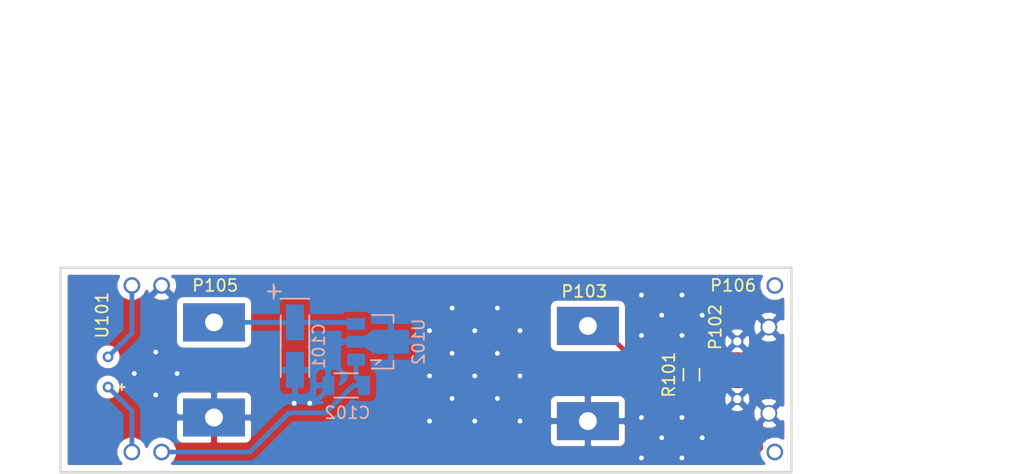
<source format=kicad_pcb>
(kicad_pcb (version 4) (host pcbnew 4.0.4-1.fc25-product)

  (general
    (links 22)
    (no_connects 0)
    (area 88.899999 108.899999 150.500001 126.300001)
    (thickness 1.6)
    (drawings 11)
    (tracks 110)
    (zones 0)
    (modules 11)
    (nets 9)
  )

  (page A4)
  (layers
    (0 F.Cu signal)
    (31 B.Cu signal)
    (32 B.Adhes user)
    (33 F.Adhes user)
    (34 B.Paste user)
    (35 F.Paste user)
    (36 B.SilkS user)
    (37 F.SilkS user)
    (38 B.Mask user)
    (39 F.Mask user)
    (40 Dwgs.User user)
    (41 Cmts.User user)
    (42 Eco1.User user)
    (43 Eco2.User user)
    (44 Edge.Cuts user)
    (45 Margin user)
    (46 B.CrtYd user)
    (47 F.CrtYd user)
    (48 B.Fab user hide)
    (49 F.Fab user hide)
  )

  (setup
    (last_trace_width 0.4)
    (trace_clearance 0.3)
    (zone_clearance 0.508)
    (zone_45_only no)
    (trace_min 0.2)
    (segment_width 0.2)
    (edge_width 0.2)
    (via_size 0.6)
    (via_drill 0.4)
    (via_min_size 0.4)
    (via_min_drill 0.3)
    (uvia_size 0.3)
    (uvia_drill 0.1)
    (uvias_allowed no)
    (uvia_min_size 0.2)
    (uvia_min_drill 0.1)
    (pcb_text_width 0.3)
    (pcb_text_size 1.5 1.5)
    (mod_edge_width 0.15)
    (mod_text_size 1 1)
    (mod_text_width 0.15)
    (pad_size 1.5 1.5)
    (pad_drill 0.6)
    (pad_to_mask_clearance 0)
    (aux_axis_origin 0 0)
    (visible_elements FFFFFF7F)
    (pcbplotparams
      (layerselection 0x010f0_80000001)
      (usegerberextensions false)
      (excludeedgelayer true)
      (linewidth 0.100000)
      (plotframeref false)
      (viasonmask false)
      (mode 1)
      (useauxorigin false)
      (hpglpennumber 1)
      (hpglpenspeed 20)
      (hpglpendiameter 15)
      (hpglpenoverlay 2)
      (psnegative false)
      (psa4output false)
      (plotreference true)
      (plotvalue true)
      (plotinvisibletext false)
      (padsonsilk false)
      (subtractmaskfromsilk false)
      (outputformat 1)
      (mirror false)
      (drillshape 0)
      (scaleselection 1)
      (outputdirectory gerber))
  )

  (net 0 "")
  (net 1 GND)
  (net 2 +12V)
  (net 3 "Net-(C102-Pad1)")
  (net 4 "Net-(P101-Pad1)")
  (net 5 "Net-(P101-Pad2)")
  (net 6 "Net-(P102-Pad3)")
  (net 7 "Net-(P102-Pad2)")
  (net 8 "Net-(P102-Pad1)")

  (net_class Default "This is the default net class."
    (clearance 0.3)
    (trace_width 0.4)
    (via_dia 0.6)
    (via_drill 0.4)
    (uvia_dia 0.3)
    (uvia_drill 0.1)
    (add_net +12V)
    (add_net GND)
    (add_net "Net-(C102-Pad1)")
    (add_net "Net-(P101-Pad1)")
    (add_net "Net-(P101-Pad2)")
  )

  (net_class USB ""
    (clearance 0.18)
    (trace_width 0.3)
    (via_dia 0.6)
    (via_drill 0.4)
    (uvia_dia 0.3)
    (uvia_drill 0.1)
    (add_net "Net-(P102-Pad2)")
    (add_net "Net-(P102-Pad3)")
  )

  (net_class "USB power" ""
    (clearance 0.18)
    (trace_width 0.4)
    (via_dia 0.6)
    (via_drill 0.4)
    (uvia_dia 0.3)
    (uvia_drill 0.1)
    (add_net "Net-(P102-Pad1)")
  )

  (module Capacitors_Tantalum_SMD:TantalC_SizeA_EIA-3216_HandSoldering (layer B.Cu) (tedit 0) (tstamp 5896404A)
    (at 108.7 115.6 270)
    (descr "Tantal Cap. , Size A, EIA-3216, Hand Soldering,")
    (tags "Tantal Cap. , Size A, EIA-3216, Hand Soldering,")
    (path /58961245)
    (attr smd)
    (fp_text reference C101 (at 0.00102 -2 270) (layer B.SilkS)
      (effects (font (size 1 1) (thickness 0.15)) (justify mirror))
    )
    (fp_text value 10u (at -0.09906 -3.0988 270) (layer B.Fab)
      (effects (font (size 1 1) (thickness 0.15)) (justify mirror))
    )
    (fp_text user + (at -4.59994 1.80086 270) (layer B.SilkS)
      (effects (font (size 1 1) (thickness 0.15)) (justify mirror))
    )
    (fp_line (start -2.60096 -1.19888) (end 2.60096 -1.19888) (layer B.SilkS) (width 0.15))
    (fp_line (start 2.60096 1.19888) (end -2.60096 1.19888) (layer B.SilkS) (width 0.15))
    (fp_line (start -4.59994 2.2987) (end -4.59994 1.19888) (layer B.SilkS) (width 0.15))
    (fp_line (start -5.19938 1.79832) (end -4.0005 1.79832) (layer B.SilkS) (width 0.15))
    (fp_line (start -3.99542 1.19888) (end -3.99542 -1.19888) (layer B.SilkS) (width 0.15))
    (pad 2 smd rect (at 1.99898 0 270) (size 2.99974 1.50114) (layers B.Cu B.Paste B.Mask)
      (net 1 GND))
    (pad 1 smd rect (at -1.99898 0 270) (size 2.99974 1.50114) (layers B.Cu B.Paste B.Mask)
      (net 2 +12V))
    (model Capacitors_Tantalum_SMD.3dshapes/TantalC_SizeA_EIA-3216_HandSoldering.wrl
      (at (xyz 0 0 0))
      (scale (xyz 1 1 1))
      (rotate (xyz 0 0 180))
    )
  )

  (module Capacitors_SMD:C_1206 (layer B.Cu) (tedit 5415D7BD) (tstamp 58964056)
    (at 113 118.9 180)
    (descr "Capacitor SMD 1206, reflow soldering, AVX (see smccp.pdf)")
    (tags "capacitor 1206")
    (path /589611E9)
    (attr smd)
    (fp_text reference C102 (at -0.1 -2.3 180) (layer B.SilkS)
      (effects (font (size 1 1) (thickness 0.15)) (justify mirror))
    )
    (fp_text value 100n (at 0 -2.3 180) (layer B.Fab)
      (effects (font (size 1 1) (thickness 0.15)) (justify mirror))
    )
    (fp_line (start -2.3 1.15) (end 2.3 1.15) (layer B.CrtYd) (width 0.05))
    (fp_line (start -2.3 -1.15) (end 2.3 -1.15) (layer B.CrtYd) (width 0.05))
    (fp_line (start -2.3 1.15) (end -2.3 -1.15) (layer B.CrtYd) (width 0.05))
    (fp_line (start 2.3 1.15) (end 2.3 -1.15) (layer B.CrtYd) (width 0.05))
    (fp_line (start 1 1.025) (end -1 1.025) (layer B.SilkS) (width 0.15))
    (fp_line (start -1 -1.025) (end 1 -1.025) (layer B.SilkS) (width 0.15))
    (pad 1 smd rect (at -1.5 0 180) (size 1 1.6) (layers B.Cu B.Paste B.Mask)
      (net 3 "Net-(C102-Pad1)"))
    (pad 2 smd rect (at 1.5 0 180) (size 1 1.6) (layers B.Cu B.Paste B.Mask)
      (net 1 GND))
    (model Capacitors_SMD.3dshapes/C_1206.wrl
      (at (xyz 0 0 0))
      (scale (xyz 1 1 1))
      (rotate (xyz 0 0 0))
    )
  )

  (module BOARD-CONNECT:BOARD-CONNECT (layer F.Cu) (tedit 589F082D) (tstamp 5896405C)
    (at 95 125 180)
    (path /5895D3A8)
    (fp_text reference P101 (at 3 0.5 180) (layer F.SilkS) hide
      (effects (font (size 1 1) (thickness 0.15)))
    )
    (fp_text value CONN_01X02 (at 6.35 -3.5 180) (layer F.Fab)
      (effects (font (size 1 1) (thickness 0.15)))
    )
    (pad 1 thru_hole circle (at 0 0.5 180) (size 1.4 1.4) (drill 1) (layers *.Cu *.Mask)
      (net 4 "Net-(P101-Pad1)"))
    (pad 2 thru_hole circle (at 0 14.5 180) (size 1.4 1.4) (drill 1) (layers *.Cu *.Mask)
      (net 5 "Net-(P101-Pad2)"))
  )

  (module USB-MICRO-B:USB-MICRO-B (layer F.Cu) (tedit 5895E7D2) (tstamp 5896406E)
    (at 148.5 114 270)
    (path /5895D2E6)
    (fp_text reference P102 (at 0 4.5 270) (layer F.SilkS)
      (effects (font (size 1 1) (thickness 0.15)))
    )
    (fp_text value USB_OTG (at 5.35 5.8 270) (layer F.Fab)
      (effects (font (size 1 1) (thickness 0.15)))
    )
    (fp_line (start 0 3.25) (end 0 -2.35) (layer F.CrtYd) (width 0.15))
    (fp_line (start 7.25 3.25) (end 7.25 -2.35) (layer F.CrtYd) (width 0.15))
    (fp_line (start 0 3.25) (end 7.25 3.25) (layer F.CrtYd) (width 0.15))
    (fp_line (start 0 -2.1) (end 7.25 -2.1) (layer F.CrtYd) (width 0.15))
    (fp_line (start 0 -2.37) (end 7.25 -2.37) (layer F.CrtYd) (width 0.15))
    (pad 6 thru_hole circle (at 0 0 270) (size 1.4 1.4) (drill 1.1) (layers *.Cu *.Mask)
      (net 1 GND))
    (pad 6 thru_hole circle (at 7.25 0 270) (size 1.4 1.4) (drill 1.1) (layers *.Cu *.Mask)
      (net 1 GND))
    (pad 6 thru_hole circle (at 6.05 2.65 270) (size 1 1) (drill 0.7) (layers *.Cu *.Mask)
      (net 1 GND))
    (pad 6 thru_hole circle (at 1.2 2.65 270) (size 1 1) (drill 0.7) (layers *.Cu *.Mask)
      (net 1 GND))
    (pad 5 smd rect (at 2.325 2.575 270) (size 0.4 1.35) (layers F.Cu F.Paste F.Mask)
      (net 1 GND))
    (pad 4 smd rect (at 2.975 2.575 270) (size 0.4 1.35) (layers F.Cu F.Paste F.Mask)
      (net 1 GND))
    (pad 3 smd rect (at 3.625 2.575 270) (size 0.4 1.35) (layers F.Cu F.Paste F.Mask)
      (net 6 "Net-(P102-Pad3)"))
    (pad 2 smd rect (at 4.275 2.575 270) (size 0.4 1.35) (layers F.Cu F.Paste F.Mask)
      (net 7 "Net-(P102-Pad2)"))
    (pad 1 smd rect (at 4.925 2.575 270) (size 0.4 1.35) (layers F.Cu F.Paste F.Mask)
      (net 8 "Net-(P102-Pad1)"))
  )

  (module BOARD-CONNECT:BOARD-CONNECT-DCDC (layer F.Cu) (tedit 58963D88) (tstamp 58964074)
    (at 133.3 113.9)
    (path /5895D778)
    (fp_text reference P103 (at -0.3 -2.9) (layer F.SilkS)
      (effects (font (size 1 1) (thickness 0.15)))
    )
    (fp_text value CONN_01X02 (at 6.35 -4) (layer F.Fab)
      (effects (font (size 1 1) (thickness 0.15)))
    )
    (pad 1 thru_hole rect (at 0 0) (size 5.2 3.2) (drill 1.5) (layers *.Cu *.Mask)
      (net 8 "Net-(P102-Pad1)"))
    (pad 2 thru_hole rect (at 0 8) (size 5.2 3.2) (drill 1.5) (layers *.Cu *.Mask)
      (net 1 GND))
  )

  (module BOARD-CONNECT:BOARD-CONNECT (layer F.Cu) (tedit 589F0829) (tstamp 5896407A)
    (at 97.5 125 180)
    (path /5895D8E4)
    (fp_text reference P104 (at 0.05 3.35 270) (layer F.SilkS) hide
      (effects (font (size 1 1) (thickness 0.15)))
    )
    (fp_text value CONN_01X02 (at 6.35 -3.5 180) (layer F.Fab)
      (effects (font (size 1 1) (thickness 0.15)))
    )
    (pad 1 thru_hole circle (at 0 0.5 180) (size 1.4 1.4) (drill 1) (layers *.Cu *.Mask)
      (net 3 "Net-(C102-Pad1)"))
    (pad 2 thru_hole circle (at 0 14.5 180) (size 1.4 1.4) (drill 1) (layers *.Cu *.Mask)
      (net 1 GND))
  )

  (module BOARD-CONNECT:BOARD-CONNECT-DCDC (layer F.Cu) (tedit 58963D88) (tstamp 58964080)
    (at 101.9 113.6)
    (path /5895D7E1)
    (fp_text reference P105 (at 0.1 -3.1) (layer F.SilkS)
      (effects (font (size 1 1) (thickness 0.15)))
    )
    (fp_text value CONN_01X02 (at 6.35 -4) (layer F.Fab)
      (effects (font (size 1 1) (thickness 0.15)))
    )
    (pad 1 thru_hole rect (at 0 0) (size 5.2 3.2) (drill 1.5) (layers *.Cu *.Mask)
      (net 2 +12V))
    (pad 2 thru_hole rect (at 0 8) (size 5.2 3.2) (drill 1.5) (layers *.Cu *.Mask)
      (net 1 GND))
  )

  (module BOARD-CONNECT:BOARD-CONNECT (layer F.Cu) (tedit 5895F662) (tstamp 58964086)
    (at 149 110)
    (path /5895D927)
    (fp_text reference P106 (at -3.5 0.5) (layer F.SilkS)
      (effects (font (size 1 1) (thickness 0.15)))
    )
    (fp_text value CONN_01X02 (at 6.35 -3.5) (layer F.Fab)
      (effects (font (size 1 1) (thickness 0.15)))
    )
    (pad 1 thru_hole circle (at 0 0.5) (size 1.4 1.4) (drill 1) (layers *.Cu *.Mask))
    (pad 2 thru_hole circle (at 0 14.5) (size 1.4 1.4) (drill 1) (layers *.Cu *.Mask))
  )

  (module Resistors_SMD:R_0603 (layer F.Cu) (tedit 5415CC62) (tstamp 58964092)
    (at 142 118 90)
    (descr "Resistor SMD 0603, reflow soldering, Vishay (see dcrcw.pdf)")
    (tags "resistor 0603")
    (path /5895E8E1)
    (attr smd)
    (fp_text reference R101 (at 0 -1.9 90) (layer F.SilkS)
      (effects (font (size 1 1) (thickness 0.15)))
    )
    (fp_text value 0 (at 0 1.9 90) (layer F.Fab)
      (effects (font (size 1 1) (thickness 0.15)))
    )
    (fp_line (start -1.3 -0.8) (end 1.3 -0.8) (layer F.CrtYd) (width 0.05))
    (fp_line (start -1.3 0.8) (end 1.3 0.8) (layer F.CrtYd) (width 0.05))
    (fp_line (start -1.3 -0.8) (end -1.3 0.8) (layer F.CrtYd) (width 0.05))
    (fp_line (start 1.3 -0.8) (end 1.3 0.8) (layer F.CrtYd) (width 0.05))
    (fp_line (start 0.5 0.675) (end -0.5 0.675) (layer F.SilkS) (width 0.15))
    (fp_line (start -0.5 -0.675) (end 0.5 -0.675) (layer F.SilkS) (width 0.15))
    (pad 1 smd rect (at -0.75 0 90) (size 0.5 0.9) (layers F.Cu F.Paste F.Mask)
      (net 7 "Net-(P102-Pad2)"))
    (pad 2 smd rect (at 0.75 0 90) (size 0.5 0.9) (layers F.Cu F.Paste F.Mask)
      (net 6 "Net-(P102-Pad3)"))
    (model Resistors_SMD.3dshapes/R_0603.wrl
      (at (xyz 0 0 0))
      (scale (xyz 1 1 1))
      (rotate (xyz 0 0 0))
    )
  )

  (module CMIC:CMIC (layer F.Cu) (tedit 5895F93A) (tstamp 589640A0)
    (at 93 122.52 90)
    (path /5895D30D)
    (fp_text reference U101 (at 9.52 -0.5 90) (layer F.SilkS)
      (effects (font (size 1 1) (thickness 0.15)))
    )
    (fp_text value CMIC (at 1.75 4 90) (layer F.Fab)
      (effects (font (size 1 1) (thickness 0.15)))
    )
    (fp_line (start 6 -2) (end 6 -1) (layer F.CrtYd) (width 0.15))
    (fp_line (start 3.5 -2) (end 3.5 -1) (layer F.CrtYd) (width 0.15))
    (fp_line (start 9.5 -2) (end 0 -2) (layer F.CrtYd) (width 0.15))
    (fp_line (start 9.5 -9) (end 9.5 -2) (layer F.CrtYd) (width 0.15))
    (fp_line (start 0 -9) (end 9.5 -9) (layer F.CrtYd) (width 0.15))
    (fp_line (start 0 -2) (end 0 -9) (layer F.CrtYd) (width 0.15))
    (fp_line (start 3.48 1.4) (end 3.48 0.9) (layer F.SilkS) (width 0.15))
    (fp_line (start 3.23 1.15) (end 3.73 1.15) (layer F.SilkS) (width 0.15))
    (pad 2 thru_hole circle (at 6.02 0 90) (size 0.9 0.9) (drill 0.5) (layers *.Cu *.Mask)
      (net 5 "Net-(P101-Pad2)"))
    (pad 1 thru_hole circle (at 3.48 0 90) (size 0.9 0.9) (drill 0.5) (layers *.Cu *.Mask)
      (net 4 "Net-(P101-Pad1)"))
  )

  (module TO_SOT_Packages_SMD:SOT89-3_Housing (layer B.Cu) (tedit 0) (tstamp 589640B0)
    (at 115.675712 115.231468 90)
    (descr "SOT89-3, Housing,")
    (tags "SOT89-3, Housing,")
    (path /589610D7)
    (attr smd)
    (fp_text reference U102 (at 0 3.40018 90) (layer B.SilkS)
      (effects (font (size 1 1) (thickness 0.15)) (justify mirror))
    )
    (fp_text value 78L09 (at -0.20066 -4.59994 90) (layer B.Fab)
      (effects (font (size 1 1) (thickness 0.15)) (justify mirror))
    )
    (fp_line (start -1.89992 -0.20066) (end -1.651 0.09906) (layer B.SilkS) (width 0.15))
    (fp_line (start -1.651 0.09906) (end -1.5494 0.24892) (layer B.SilkS) (width 0.15))
    (fp_line (start -1.5494 0.24892) (end -1.5494 -0.59944) (layer B.SilkS) (width 0.15))
    (fp_line (start -2.25044 1.30048) (end -2.25044 -0.50038) (layer B.SilkS) (width 0.15))
    (fp_line (start -2.25044 1.30048) (end -1.6002 1.30048) (layer B.SilkS) (width 0.15))
    (fp_line (start 2.25044 1.30048) (end 2.25044 -0.50038) (layer B.SilkS) (width 0.15))
    (fp_line (start 2.25044 1.30048) (end 1.6002 1.30048) (layer B.SilkS) (width 0.15))
    (pad 1 smd rect (at -1.50114 -1.85166 90) (size 1.00076 1.50114) (layers B.Cu B.Paste B.Mask)
      (net 3 "Net-(C102-Pad1)"))
    (pad 2 smd rect (at 0 -1.85166 90) (size 1.00076 1.50114) (layers B.Cu B.Paste B.Mask)
      (net 1 GND))
    (pad 3 smd rect (at 1.50114 -1.85166 90) (size 1.00076 1.50114) (layers B.Cu B.Paste B.Mask)
      (net 2 +12V))
    (pad 2 smd rect (at 0 1.09982 90) (size 1.99898 2.99974) (layers B.Cu B.Paste B.Mask)
      (net 1 GND))
    (pad 2 smd trapezoid (at 0 -0.7493 270) (size 1.50114 0.7493) (rect_delta 0 -0.50038 ) (layers B.Cu B.Paste B.Mask)
      (net 1 GND))
    (model TO_SOT_Packages_SMD.3dshapes/SOT89-3_Housing.wrl
      (at (xyz 0 0 0))
      (scale (xyz 0.3937 0.3937 0.3937))
      (rotate (xyz 0 0 0))
    )
  )

  (dimension 17.2 (width 0.3) (layer Dwgs.User)
    (gr_text "17,200 mm" (at 167.25 117.6 90) (layer Dwgs.User)
      (effects (font (size 1.5 1.5) (thickness 0.3)))
    )
    (feature1 (pts (xy 150.4 109) (xy 168.6 109)))
    (feature2 (pts (xy 150.4 126.2) (xy 168.6 126.2)))
    (crossbar (pts (xy 165.9 126.2) (xy 165.9 109)))
    (arrow1a (pts (xy 165.9 109) (xy 166.486421 110.126504)))
    (arrow1b (pts (xy 165.9 109) (xy 165.313579 110.126504)))
    (arrow2a (pts (xy 165.9 126.2) (xy 166.486421 125.073496)))
    (arrow2b (pts (xy 165.9 126.2) (xy 165.313579 125.073496)))
  )
  (dimension 10 (width 0.2) (layer Dwgs.User) (tstamp 589717BE)
    (gr_text "10 mm" (at 94 101) (layer Dwgs.User) (tstamp 589717BF)
      (effects (font (size 1 1) (thickness 0.2)))
    )
    (feature1 (pts (xy 99 109) (xy 99 100.1)))
    (feature2 (pts (xy 89 109) (xy 89 100.1)))
    (crossbar (pts (xy 89 101.9) (xy 99 101.9)))
    (arrow1a (pts (xy 99 101.9) (xy 97.873496 102.486421)))
    (arrow1b (pts (xy 99 101.9) (xy 97.873496 101.313579)))
    (arrow2a (pts (xy 89 101.9) (xy 90.126504 102.486421)))
    (arrow2b (pts (xy 89 101.9) (xy 90.126504 101.313579)))
  )
  (dimension 14.2 (width 0.2) (layer Dwgs.User)
    (gr_text "14,200 mm" (at 143.3 100.55) (layer Dwgs.User) (tstamp 589717A4)
      (effects (font (size 1 1) (thickness 0.2)))
    )
    (feature1 (pts (xy 150.4 109) (xy 150.4 99.2)))
    (feature2 (pts (xy 136.2 109) (xy 136.2 99.2)))
    (crossbar (pts (xy 136.2 101.9) (xy 150.4 101.9)))
    (arrow1a (pts (xy 150.4 101.9) (xy 149.273496 102.486421)))
    (arrow1b (pts (xy 150.4 101.9) (xy 149.273496 101.313579)))
    (arrow2a (pts (xy 136.2 101.9) (xy 137.326504 102.486421)))
    (arrow2b (pts (xy 136.2 101.9) (xy 137.326504 101.313579)))
  )
  (dimension 37.2 (width 0.3) (layer Dwgs.User)
    (gr_text "37,200 mm" (at 117.6 94.75) (layer Dwgs.User)
      (effects (font (size 1.5 1.5) (thickness 0.3)))
    )
    (feature1 (pts (xy 136.2 109) (xy 136.2 93.4)))
    (feature2 (pts (xy 99 109) (xy 99 93.4)))
    (crossbar (pts (xy 99 96.1) (xy 136.2 96.1)))
    (arrow1a (pts (xy 136.2 96.1) (xy 135.073496 96.686421)))
    (arrow1b (pts (xy 136.2 96.1) (xy 135.073496 95.513579)))
    (arrow2a (pts (xy 99 96.1) (xy 100.126504 96.686421)))
    (arrow2b (pts (xy 99 96.1) (xy 100.126504 95.513579)))
  )
  (dimension 61.4 (width 0.3) (layer Dwgs.User)
    (gr_text "61,400 mm" (at 119.7 88.35) (layer Dwgs.User)
      (effects (font (size 1.5 1.5) (thickness 0.3)))
    )
    (feature1 (pts (xy 150.4 109) (xy 150.4 87)))
    (feature2 (pts (xy 89 109) (xy 89 87)))
    (crossbar (pts (xy 89 89.7) (xy 150.4 89.7)))
    (arrow1a (pts (xy 150.4 89.7) (xy 149.273496 90.286421)))
    (arrow1b (pts (xy 150.4 89.7) (xy 149.273496 89.113579)))
    (arrow2a (pts (xy 89 89.7) (xy 90.126504 90.286421)))
    (arrow2b (pts (xy 89 89.7) (xy 90.126504 89.113579)))
  )
  (gr_line (start 136.2 126.2) (end 136.2 109) (layer Dwgs.User) (width 0.2) (tstamp 58971748))
  (gr_line (start 99 109) (end 99 126.2) (layer Dwgs.User) (width 0.2) (tstamp 58971720))
  (gr_line (start 150.4 109) (end 89 109) (layer Edge.Cuts) (width 0.2))
  (gr_line (start 150.4 126.2) (end 150.4 109) (layer Edge.Cuts) (width 0.2))
  (gr_line (start 89 126.2) (end 150.4 126.2) (layer Edge.Cuts) (width 0.2))
  (gr_line (start 89 109) (end 89 126.2) (layer Edge.Cuts) (width 0.2))

  (segment (start 145.925 116.325) (end 145.925 116.924999) (width 0.4) (layer F.Cu) (net 1))
  (segment (start 139.5 123.3) (end 137.8 121.6) (width 0.4) (layer F.Cu) (net 1))
  (via (at 137.8 121.6) (size 0.6) (drill 0.4) (layers F.Cu B.Cu) (net 1))
  (via (at 137.8 125) (size 0.6) (drill 0.4) (layers F.Cu B.Cu) (net 1))
  (segment (start 139.5 123.3) (end 137.8 125) (width 0.4) (layer B.Cu) (net 1))
  (segment (start 139.5 123.3) (end 141.2 125) (width 0.4) (layer F.Cu) (net 1))
  (segment (start 141.2 121.6) (end 139.5 123.3) (width 0.4) (layer B.Cu) (net 1))
  (via (at 139.5 123.3) (size 0.6) (drill 0.4) (layers F.Cu B.Cu) (net 1))
  (segment (start 142.9 123.3) (end 141.2 121.6) (width 0.4) (layer F.Cu) (net 1))
  (via (at 141.2 121.6) (size 0.6) (drill 0.4) (layers F.Cu B.Cu) (net 1))
  (segment (start 141.2 125) (end 142.9 123.3) (width 0.4) (layer B.Cu) (net 1))
  (via (at 142.9 123.3) (size 0.6) (drill 0.4) (layers F.Cu B.Cu) (net 1))
  (segment (start 147.800001 124.199999) (end 147 125) (width 0.4) (layer F.Cu) (net 1))
  (segment (start 147 125) (end 141.2 125) (width 0.4) (layer F.Cu) (net 1))
  (via (at 141.2 125) (size 0.6) (drill 0.4) (layers F.Cu B.Cu) (net 1))
  (segment (start 148.5 121.25) (end 147.800001 121.949999) (width 0.4) (layer F.Cu) (net 1))
  (segment (start 147.800001 121.949999) (end 147.800001 124.199999) (width 0.4) (layer F.Cu) (net 1))
  (segment (start 123.8 114.3) (end 121.9 112.4) (width 0.4) (layer F.Cu) (net 1))
  (segment (start 120 114.3) (end 121.9 112.4) (width 0.4) (layer B.Cu) (net 1))
  (via (at 120 114.3) (size 0.6) (drill 0.4) (layers F.Cu B.Cu) (net 1))
  (segment (start 121.9 116.2) (end 120 114.3) (width 0.4) (layer F.Cu) (net 1))
  (segment (start 120 118.1) (end 121.9 116.2) (width 0.4) (layer B.Cu) (net 1))
  (via (at 120 118.1) (size 0.6) (drill 0.4) (layers F.Cu B.Cu) (net 1))
  (segment (start 121.9 120) (end 120 118.1) (width 0.4) (layer F.Cu) (net 1))
  (via (at 121.9 112.4) (size 0.6) (drill 0.4) (layers F.Cu B.Cu) (net 1))
  (segment (start 123.8 114.3) (end 125.7 112.4) (width 0.4) (layer B.Cu) (net 1))
  (via (at 125.7 112.4) (size 0.6) (drill 0.4) (layers F.Cu B.Cu) (net 1))
  (segment (start 127.6 114.3) (end 125.7 112.4) (width 0.4) (layer F.Cu) (net 1))
  (segment (start 125.7 116.2) (end 127.6 114.3) (width 0.4) (layer B.Cu) (net 1))
  (via (at 127.6 114.3) (size 0.6) (drill 0.4) (layers F.Cu B.Cu) (net 1))
  (segment (start 123.8 114.3) (end 125.7 116.2) (width 0.4) (layer F.Cu) (net 1))
  (segment (start 122.199999 115.900001) (end 123.8 114.3) (width 0.4) (layer B.Cu) (net 1))
  (via (at 123.8 114.3) (size 0.6) (drill 0.4) (layers F.Cu B.Cu) (net 1))
  (segment (start 121.9 116.2) (end 122.199999 115.900001) (width 0.4) (layer B.Cu) (net 1))
  (segment (start 123.8 118.1) (end 121.9 116.2) (width 0.4) (layer F.Cu) (net 1))
  (via (at 121.9 116.2) (size 0.6) (drill 0.4) (layers F.Cu B.Cu) (net 1))
  (segment (start 125.7 116.2) (end 123.8 118.1) (width 0.4) (layer B.Cu) (net 1))
  (segment (start 127.6 118.1) (end 125.7 116.2) (width 0.4) (layer F.Cu) (net 1))
  (via (at 125.7 116.2) (size 0.6) (drill 0.4) (layers F.Cu B.Cu) (net 1))
  (via (at 127.6 118.1) (size 0.6) (drill 0.4) (layers F.Cu B.Cu) (net 1))
  (segment (start 125.7 120) (end 127.6 118.1) (width 0.4) (layer B.Cu) (net 1))
  (segment (start 123.8 118.1) (end 125.7 120) (width 0.4) (layer F.Cu) (net 1))
  (segment (start 121.9 120) (end 123.8 118.1) (width 0.4) (layer B.Cu) (net 1))
  (via (at 123.8 118.1) (size 0.6) (drill 0.4) (layers F.Cu B.Cu) (net 1))
  (segment (start 125.7 120) (end 127.6 121.9) (width 0.4) (layer F.Cu) (net 1))
  (via (at 127.6 121.9) (size 0.6) (drill 0.4) (layers F.Cu B.Cu) (net 1))
  (segment (start 123.8 121.9) (end 125.7 120) (width 0.4) (layer B.Cu) (net 1))
  (via (at 125.7 120) (size 0.6) (drill 0.4) (layers F.Cu B.Cu) (net 1))
  (segment (start 121.9 120) (end 123.8 121.9) (width 0.4) (layer F.Cu) (net 1))
  (via (at 123.8 121.9) (size 0.6) (drill 0.4) (layers F.Cu B.Cu) (net 1))
  (segment (start 120 121.9) (end 121.9 120) (width 0.4) (layer B.Cu) (net 1))
  (via (at 121.9 120) (size 0.6) (drill 0.4) (layers F.Cu B.Cu) (net 1))
  (via (at 120 121.9) (size 0.6) (drill 0.4) (layers F.Cu B.Cu) (net 1))
  (segment (start 133.3 121.9) (end 120 121.9) (width 0.4) (layer B.Cu) (net 1))
  (segment (start 95.2 117.9) (end 97 119.7) (width 0.4) (layer B.Cu) (net 1))
  (segment (start 97 116.1) (end 95.2 117.9) (width 0.4) (layer F.Cu) (net 1))
  (via (at 95.2 117.9) (size 0.6) (drill 0.4) (layers F.Cu B.Cu) (net 1))
  (segment (start 98.8 117.9) (end 97 116.1) (width 0.4) (layer B.Cu) (net 1))
  (via (at 97 116.1) (size 0.6) (drill 0.4) (layers F.Cu B.Cu) (net 1))
  (segment (start 97 119.7) (end 98.8 117.9) (width 0.4) (layer F.Cu) (net 1))
  (via (at 98.8 117.9) (size 0.6) (drill 0.4) (layers F.Cu B.Cu) (net 1))
  (segment (start 101.9 121.6) (end 98.9 121.6) (width 0.4) (layer B.Cu) (net 1))
  (segment (start 98.9 121.6) (end 97 119.7) (width 0.4) (layer B.Cu) (net 1))
  (via (at 97 119.7) (size 0.6) (drill 0.4) (layers F.Cu B.Cu) (net 1))
  (segment (start 139.5 113) (end 137.8 111.3) (width 0.4) (layer F.Cu) (net 1))
  (via (at 137.8 111.3) (size 0.6) (drill 0.4) (layers F.Cu B.Cu) (net 1))
  (segment (start 141.2 111.3) (end 139.5 113) (width 0.4) (layer B.Cu) (net 1))
  (segment (start 142.9 113) (end 141.2 111.3) (width 0.4) (layer F.Cu) (net 1))
  (via (at 141.2 111.3) (size 0.6) (drill 0.4) (layers F.Cu B.Cu) (net 1))
  (segment (start 141.2 114.7) (end 142.9 113) (width 0.4) (layer B.Cu) (net 1))
  (via (at 142.9 113) (size 0.6) (drill 0.4) (layers F.Cu B.Cu) (net 1))
  (segment (start 139.5 113) (end 141.2 114.7) (width 0.4) (layer F.Cu) (net 1))
  (via (at 141.2 114.7) (size 0.6) (drill 0.4) (layers F.Cu B.Cu) (net 1))
  (segment (start 137.8 114.7) (end 139.5 113) (width 0.4) (layer B.Cu) (net 1))
  (via (at 139.5 113) (size 0.6) (drill 0.4) (layers F.Cu B.Cu) (net 1))
  (segment (start 145.925 116.325) (end 139.425 116.325) (width 0.4) (layer F.Cu) (net 1))
  (segment (start 139.425 116.325) (end 137.8 114.7) (width 0.4) (layer F.Cu) (net 1))
  (via (at 137.8 114.7) (size 0.6) (drill 0.4) (layers F.Cu B.Cu) (net 1))
  (segment (start 108.7 117.59898) (end 108.7 120.329905) (width 0.4) (layer B.Cu) (net 1))
  (segment (start 110.30001 120.39999) (end 109.941752 120.39999) (width 0.4) (layer B.Cu) (net 1))
  (segment (start 111.5 119.2) (end 110.30001 120.39999) (width 0.4) (layer B.Cu) (net 1))
  (segment (start 111.5 118.9) (end 111.5 119.2) (width 0.4) (layer B.Cu) (net 1))
  (segment (start 108.7 120.329905) (end 108.629915 120.39999) (width 0.4) (layer B.Cu) (net 1))
  (segment (start 109.941752 120.39999) (end 108.629915 120.39999) (width 0.4) (layer F.Cu) (net 1))
  (via (at 109.941752 120.39999) (size 0.6) (drill 0.4) (layers F.Cu B.Cu) (net 1))
  (via (at 108.629915 120.39999) (size 0.6) (drill 0.4) (layers F.Cu B.Cu) (net 1))
  (segment (start 108.7 113.60102) (end 113.694744 113.60102) (width 0.4) (layer B.Cu) (net 2))
  (segment (start 113.694744 113.60102) (end 113.824052 113.730328) (width 0.4) (layer B.Cu) (net 2))
  (segment (start 101.9 113.6) (end 108.69898 113.6) (width 0.4) (layer B.Cu) (net 2))
  (segment (start 108.69898 113.6) (end 108.7 113.60102) (width 0.4) (layer B.Cu) (net 2))
  (segment (start 108.2 121.2) (end 104.9 124.5) (width 0.4) (layer B.Cu) (net 3))
  (segment (start 104.9 124.5) (end 97.5 124.5) (width 0.4) (layer B.Cu) (net 3))
  (segment (start 111.3 121.2) (end 108.2 121.2) (width 0.4) (layer B.Cu) (net 3))
  (segment (start 113.6 118.9) (end 111.3 121.2) (width 0.4) (layer B.Cu) (net 3))
  (segment (start 114.5 118.9) (end 113.6 118.9) (width 0.4) (layer B.Cu) (net 3))
  (segment (start 113.824052 116.732608) (end 113.824052 118.224052) (width 0.4) (layer B.Cu) (net 3))
  (segment (start 113.824052 118.224052) (end 114.5 118.9) (width 0.4) (layer B.Cu) (net 3))
  (segment (start 95 124.5) (end 95 121.04) (width 0.4) (layer B.Cu) (net 4))
  (segment (start 95 121.04) (end 93 119.04) (width 0.4) (layer B.Cu) (net 4))
  (segment (start 95 110.5) (end 95 114.5) (width 0.4) (layer B.Cu) (net 5))
  (segment (start 95 114.5) (end 93 116.5) (width 0.4) (layer B.Cu) (net 5))
  (segment (start 145.925 117.625) (end 142.375 117.625) (width 0.3) (layer F.Cu) (net 6))
  (segment (start 142.375 117.625) (end 142 117.25) (width 0.3) (layer F.Cu) (net 6))
  (segment (start 145.925 118.275) (end 142.475 118.275) (width 0.3) (layer F.Cu) (net 7))
  (segment (start 142.475 118.275) (end 142 118.75) (width 0.3) (layer F.Cu) (net 7))
  (segment (start 145.925 118.925) (end 143.209002 118.925) (width 0.4) (layer F.Cu) (net 8))
  (segment (start 143.209002 118.925) (end 142.754001 119.380001) (width 0.4) (layer F.Cu) (net 8))
  (segment (start 142.754001 119.380001) (end 139.780001 119.380001) (width 0.4) (layer F.Cu) (net 8))
  (segment (start 139.780001 119.380001) (end 134.3 113.9) (width 0.4) (layer F.Cu) (net 8))
  (segment (start 134.3 113.9) (end 133.3 113.9) (width 0.4) (layer F.Cu) (net 8))

  (zone (net 1) (net_name GND) (layer F.Cu) (tstamp 0) (hatch edge 0.508)
    (connect_pads (clearance 0.508))
    (min_thickness 0.254)
    (fill yes (arc_segments 16) (thermal_gap 0.508) (thermal_bridge_width 0.508))
    (polygon
      (pts
        (xy 89 109) (xy 150.4 109) (xy 150.4 126.2) (xy 89 126.2)
      )
    )
    (filled_polygon
      (pts
        (xy 93.868902 109.742796) (xy 93.665232 110.233287) (xy 93.664769 110.764383) (xy 93.867582 111.255229) (xy 94.242796 111.631098)
        (xy 94.733287 111.834768) (xy 95.264383 111.835231) (xy 95.755229 111.632418) (xy 95.952716 111.435275) (xy 96.744331 111.435275)
        (xy 96.806169 111.671042) (xy 97.307122 111.847419) (xy 97.83744 111.818664) (xy 98.193831 111.671042) (xy 98.255669 111.435275)
        (xy 97.5 110.679605) (xy 96.744331 111.435275) (xy 95.952716 111.435275) (xy 96.131098 111.257204) (xy 96.243291 110.987013)
        (xy 96.328958 111.193831) (xy 96.564725 111.255669) (xy 97.320395 110.5) (xy 97.306252 110.485858) (xy 97.485858 110.306252)
        (xy 97.5 110.320395) (xy 97.514142 110.306252) (xy 97.693748 110.485858) (xy 97.679605 110.5) (xy 98.435275 111.255669)
        (xy 98.671042 111.193831) (xy 98.847419 110.692878) (xy 98.818664 110.16256) (xy 98.671042 109.806169) (xy 98.435277 109.744331)
        (xy 98.444608 109.735) (xy 147.876712 109.735) (xy 147.868902 109.742796) (xy 147.665232 110.233287) (xy 147.664769 110.764383)
        (xy 147.867582 111.255229) (xy 148.242796 111.631098) (xy 148.733287 111.834768) (xy 149.264383 111.835231) (xy 149.665 111.6697)
        (xy 149.665 113.304584) (xy 149.435275 113.244331) (xy 148.679605 114) (xy 149.435275 114.755669) (xy 149.665 114.695416)
        (xy 149.665 120.554584) (xy 149.435275 120.494331) (xy 148.679605 121.25) (xy 149.435275 122.005669) (xy 149.665 121.945416)
        (xy 149.665 123.330615) (xy 149.266713 123.165232) (xy 148.735617 123.164769) (xy 148.244771 123.367582) (xy 147.868902 123.742796)
        (xy 147.665232 124.233287) (xy 147.664769 124.764383) (xy 147.867582 125.255229) (xy 148.076987 125.465) (xy 98.422939 125.465)
        (xy 98.631098 125.257204) (xy 98.834768 124.766713) (xy 98.835231 124.235617) (xy 98.632418 123.744771) (xy 98.257204 123.368902)
        (xy 97.766713 123.165232) (xy 97.235617 123.164769) (xy 96.744771 123.367582) (xy 96.368902 123.742796) (xy 96.249959 124.029242)
        (xy 96.132418 123.744771) (xy 95.757204 123.368902) (xy 95.266713 123.165232) (xy 94.735617 123.164769) (xy 94.244771 123.367582)
        (xy 93.868902 123.742796) (xy 93.665232 124.233287) (xy 93.664769 124.764383) (xy 93.867582 125.255229) (xy 94.076987 125.465)
        (xy 89.735 125.465) (xy 89.735 121.88575) (xy 98.665 121.88575) (xy 98.665 123.32631) (xy 98.761673 123.559699)
        (xy 98.940302 123.738327) (xy 99.173691 123.835) (xy 101.61425 123.835) (xy 101.773 123.67625) (xy 101.773 121.727)
        (xy 102.027 121.727) (xy 102.027 123.67625) (xy 102.18575 123.835) (xy 104.626309 123.835) (xy 104.859698 123.738327)
        (xy 105.038327 123.559699) (xy 105.135 123.32631) (xy 105.135 122.18575) (xy 130.065 122.18575) (xy 130.065 123.62631)
        (xy 130.161673 123.859699) (xy 130.340302 124.038327) (xy 130.573691 124.135) (xy 133.01425 124.135) (xy 133.173 123.97625)
        (xy 133.173 122.027) (xy 133.427 122.027) (xy 133.427 123.97625) (xy 133.58575 124.135) (xy 136.026309 124.135)
        (xy 136.259698 124.038327) (xy 136.438327 123.859699) (xy 136.535 123.62631) (xy 136.535 122.18575) (xy 136.534525 122.185275)
        (xy 147.744331 122.185275) (xy 147.806169 122.421042) (xy 148.307122 122.597419) (xy 148.83744 122.568664) (xy 149.193831 122.421042)
        (xy 149.255669 122.185275) (xy 148.5 121.429605) (xy 147.744331 122.185275) (xy 136.534525 122.185275) (xy 136.37625 122.027)
        (xy 133.427 122.027) (xy 133.173 122.027) (xy 130.22375 122.027) (xy 130.065 122.18575) (xy 105.135 122.18575)
        (xy 105.135 121.88575) (xy 104.97625 121.727) (xy 102.027 121.727) (xy 101.773 121.727) (xy 98.82375 121.727)
        (xy 98.665 121.88575) (xy 89.735 121.88575) (xy 89.735 119.254873) (xy 91.914812 119.254873) (xy 92.079646 119.6538)
        (xy 92.384595 119.959282) (xy 92.783233 120.124811) (xy 93.214873 120.125188) (xy 93.6138 119.960354) (xy 93.700615 119.87369)
        (xy 98.665 119.87369) (xy 98.665 121.31425) (xy 98.82375 121.473) (xy 101.773 121.473) (xy 101.773 119.52375)
        (xy 102.027 119.52375) (xy 102.027 121.473) (xy 104.97625 121.473) (xy 105.135 121.31425) (xy 105.135 120.17369)
        (xy 130.065 120.17369) (xy 130.065 121.61425) (xy 130.22375 121.773) (xy 133.173 121.773) (xy 133.173 119.82375)
        (xy 133.427 119.82375) (xy 133.427 121.773) (xy 136.37625 121.773) (xy 136.535 121.61425) (xy 136.535 120.840104)
        (xy 145.239501 120.840104) (xy 145.276648 121.055217) (xy 145.704972 121.198112) (xy 146.155375 121.166217) (xy 146.418752 121.057122)
        (xy 147.152581 121.057122) (xy 147.181336 121.58744) (xy 147.328958 121.943831) (xy 147.564725 122.005669) (xy 148.320395 121.25)
        (xy 147.564725 120.494331) (xy 147.328958 120.556169) (xy 147.152581 121.057122) (xy 146.418752 121.057122) (xy 146.423352 121.055217)
        (xy 146.460499 120.840104) (xy 145.85 120.229605) (xy 145.239501 120.840104) (xy 136.535 120.840104) (xy 136.535 120.17369)
        (xy 136.438327 119.940301) (xy 136.259698 119.761673) (xy 136.026309 119.665) (xy 133.58575 119.665) (xy 133.427 119.82375)
        (xy 133.173 119.82375) (xy 133.01425 119.665) (xy 130.573691 119.665) (xy 130.340302 119.761673) (xy 130.161673 119.940301)
        (xy 130.065 120.17369) (xy 105.135 120.17369) (xy 105.135 119.87369) (xy 105.038327 119.640301) (xy 104.859698 119.461673)
        (xy 104.626309 119.365) (xy 102.18575 119.365) (xy 102.027 119.52375) (xy 101.773 119.52375) (xy 101.61425 119.365)
        (xy 99.173691 119.365) (xy 98.940302 119.461673) (xy 98.761673 119.640301) (xy 98.665 119.87369) (xy 93.700615 119.87369)
        (xy 93.919282 119.655405) (xy 94.084811 119.256767) (xy 94.085188 118.825127) (xy 93.920354 118.4262) (xy 93.615405 118.120718)
        (xy 93.216767 117.955189) (xy 92.785127 117.954812) (xy 92.3862 118.119646) (xy 92.080718 118.424595) (xy 91.915189 118.823233)
        (xy 91.914812 119.254873) (xy 89.735 119.254873) (xy 89.735 116.714873) (xy 91.914812 116.714873) (xy 92.079646 117.1138)
        (xy 92.384595 117.419282) (xy 92.783233 117.584811) (xy 93.214873 117.585188) (xy 93.6138 117.420354) (xy 93.919282 117.115405)
        (xy 94.084811 116.716767) (xy 94.085188 116.285127) (xy 93.920354 115.8862) (xy 93.615405 115.580718) (xy 93.216767 115.415189)
        (xy 92.785127 115.414812) (xy 92.3862 115.579646) (xy 92.080718 115.884595) (xy 91.915189 116.283233) (xy 91.914812 116.714873)
        (xy 89.735 116.714873) (xy 89.735 112) (xy 98.65256 112) (xy 98.65256 115.2) (xy 98.696838 115.435317)
        (xy 98.83591 115.651441) (xy 99.04811 115.796431) (xy 99.3 115.84744) (xy 104.5 115.84744) (xy 104.735317 115.803162)
        (xy 104.951441 115.66409) (xy 105.096431 115.45189) (xy 105.14744 115.2) (xy 105.14744 112.3) (xy 130.05256 112.3)
        (xy 130.05256 115.5) (xy 130.096838 115.735317) (xy 130.23591 115.951441) (xy 130.44811 116.096431) (xy 130.7 116.14744)
        (xy 135.366572 116.14744) (xy 139.189567 119.970435) (xy 139.460461 120.151441) (xy 139.780001 120.215001) (xy 142.754001 120.215001)
        (xy 143.073542 120.15144) (xy 143.344435 119.970435) (xy 143.55487 119.76) (xy 144.750253 119.76) (xy 144.701888 119.904972)
        (xy 144.733783 120.355375) (xy 144.844783 120.623352) (xy 145.059896 120.660499) (xy 145.670395 120.05) (xy 145.656253 120.035858)
        (xy 145.835858 119.856253) (xy 145.85 119.870395) (xy 145.864143 119.856253) (xy 146.043748 120.035858) (xy 146.029605 120.05)
        (xy 146.640104 120.660499) (xy 146.855217 120.623352) (xy 146.958179 120.314725) (xy 147.744331 120.314725) (xy 148.5 121.070395)
        (xy 149.255669 120.314725) (xy 149.193831 120.078958) (xy 148.692878 119.902581) (xy 148.16256 119.931336) (xy 147.806169 120.078958)
        (xy 147.744331 120.314725) (xy 146.958179 120.314725) (xy 146.998112 120.195028) (xy 146.966217 119.744625) (xy 146.933285 119.665121)
        (xy 147.051441 119.58909) (xy 147.196431 119.37689) (xy 147.24744 119.125) (xy 147.24744 118.725) (xy 147.223056 118.595411)
        (xy 147.24744 118.475) (xy 147.24744 118.075) (xy 147.223056 117.945411) (xy 147.24744 117.825) (xy 147.24744 117.425)
        (xy 147.22755 117.319295) (xy 147.235 117.301309) (xy 147.235 117.23375) (xy 147.205996 117.204746) (xy 147.203162 117.189683)
        (xy 147.06409 116.973559) (xy 147.055402 116.967623) (xy 147.138327 116.884698) (xy 147.18908 116.76217) (xy 147.235 116.71625)
        (xy 147.235 116.58375) (xy 147.18908 116.53783) (xy 147.138327 116.415302) (xy 146.959699 116.236673) (xy 146.931518 116.225)
        (xy 147.07625 116.225) (xy 147.235 116.06625) (xy 147.235 115.998691) (xy 147.138327 115.765302) (xy 146.959699 115.586673)
        (xy 146.92262 115.571314) (xy 146.998112 115.345028) (xy 146.969096 114.935275) (xy 147.744331 114.935275) (xy 147.806169 115.171042)
        (xy 148.307122 115.347419) (xy 148.83744 115.318664) (xy 149.193831 115.171042) (xy 149.255669 114.935275) (xy 148.5 114.179605)
        (xy 147.744331 114.935275) (xy 146.969096 114.935275) (xy 146.966217 114.894625) (xy 146.855217 114.626648) (xy 146.640104 114.589501)
        (xy 146.029605 115.2) (xy 146.043748 115.214143) (xy 145.864143 115.393748) (xy 145.85 115.379605) (xy 145.835858 115.393748)
        (xy 145.656253 115.214143) (xy 145.670395 115.2) (xy 145.059896 114.589501) (xy 144.844783 114.626648) (xy 144.701888 115.054972)
        (xy 144.733783 115.505375) (xy 144.803438 115.673537) (xy 144.711673 115.765302) (xy 144.615 115.998691) (xy 144.615 116.06625)
        (xy 144.77375 116.225) (xy 144.918482 116.225) (xy 144.890301 116.236673) (xy 144.711673 116.415302) (xy 144.66092 116.53783)
        (xy 144.615 116.58375) (xy 144.615 116.71625) (xy 144.66092 116.76217) (xy 144.693158 116.84) (xy 143.067334 116.84)
        (xy 143.053162 116.764683) (xy 142.91409 116.548559) (xy 142.70189 116.403569) (xy 142.45 116.35256) (xy 141.55 116.35256)
        (xy 141.314683 116.396838) (xy 141.098559 116.53591) (xy 140.953569 116.74811) (xy 140.90256 117) (xy 140.90256 117.5)
        (xy 140.946838 117.735317) (xy 141.08591 117.951441) (xy 141.155711 117.999134) (xy 141.098559 118.03591) (xy 140.953569 118.24811)
        (xy 140.90256 118.5) (xy 140.90256 118.545001) (xy 140.125869 118.545001) (xy 136.54744 114.966572) (xy 136.54744 114.409896)
        (xy 145.239501 114.409896) (xy 145.85 115.020395) (xy 146.460499 114.409896) (xy 146.423352 114.194783) (xy 145.995028 114.051888)
        (xy 145.544625 114.083783) (xy 145.276648 114.194783) (xy 145.239501 114.409896) (xy 136.54744 114.409896) (xy 136.54744 113.807122)
        (xy 147.152581 113.807122) (xy 147.181336 114.33744) (xy 147.328958 114.693831) (xy 147.564725 114.755669) (xy 148.320395 114)
        (xy 147.564725 113.244331) (xy 147.328958 113.306169) (xy 147.152581 113.807122) (xy 136.54744 113.807122) (xy 136.54744 113.064725)
        (xy 147.744331 113.064725) (xy 148.5 113.820395) (xy 149.255669 113.064725) (xy 149.193831 112.828958) (xy 148.692878 112.652581)
        (xy 148.16256 112.681336) (xy 147.806169 112.828958) (xy 147.744331 113.064725) (xy 136.54744 113.064725) (xy 136.54744 112.3)
        (xy 136.503162 112.064683) (xy 136.36409 111.848559) (xy 136.15189 111.703569) (xy 135.9 111.65256) (xy 130.7 111.65256)
        (xy 130.464683 111.696838) (xy 130.248559 111.83591) (xy 130.103569 112.04811) (xy 130.05256 112.3) (xy 105.14744 112.3)
        (xy 105.14744 112) (xy 105.103162 111.764683) (xy 104.96409 111.548559) (xy 104.75189 111.403569) (xy 104.5 111.35256)
        (xy 99.3 111.35256) (xy 99.064683 111.396838) (xy 98.848559 111.53591) (xy 98.703569 111.74811) (xy 98.65256 112)
        (xy 89.735 112) (xy 89.735 109.735) (xy 93.876712 109.735)
      )
    )
  )
  (zone (net 1) (net_name GND) (layer B.Cu) (tstamp 58973477) (hatch edge 0.508)
    (connect_pads (clearance 0.508))
    (min_thickness 0.254)
    (fill yes (arc_segments 16) (thermal_gap 0.508) (thermal_bridge_width 0.508))
    (polygon
      (pts
        (xy 89 109) (xy 150.4 109) (xy 150.4 126.2) (xy 89 126.2)
      )
    )
    (filled_polygon
      (pts
        (xy 93.868902 109.742796) (xy 93.665232 110.233287) (xy 93.664769 110.764383) (xy 93.867582 111.255229) (xy 94.165 111.553166)
        (xy 94.165 114.154132) (xy 92.904216 115.414916) (xy 92.785127 115.414812) (xy 92.3862 115.579646) (xy 92.080718 115.884595)
        (xy 91.915189 116.283233) (xy 91.914812 116.714873) (xy 92.079646 117.1138) (xy 92.384595 117.419282) (xy 92.783233 117.584811)
        (xy 93.214873 117.585188) (xy 93.6138 117.420354) (xy 93.919282 117.115405) (xy 94.084811 116.716767) (xy 94.084917 116.595951)
        (xy 95.590434 115.090434) (xy 95.614129 115.054972) (xy 95.771439 114.819541) (xy 95.835 114.5) (xy 95.835 112)
        (xy 98.65256 112) (xy 98.65256 115.2) (xy 98.696838 115.435317) (xy 98.83591 115.651441) (xy 99.04811 115.796431)
        (xy 99.3 115.84744) (xy 104.5 115.84744) (xy 104.735317 115.803162) (xy 104.951441 115.66409) (xy 105.096431 115.45189)
        (xy 105.14744 115.2) (xy 105.14744 114.435) (xy 107.30199 114.435) (xy 107.30199 115.10089) (xy 107.346268 115.336207)
        (xy 107.48534 115.552331) (xy 107.552378 115.598136) (xy 107.411103 115.739412) (xy 107.31443 115.972801) (xy 107.31443 117.31323)
        (xy 107.47318 117.47198) (xy 108.573 117.47198) (xy 108.573 117.45198) (xy 108.827 117.45198) (xy 108.827 117.47198)
        (xy 109.92682 117.47198) (xy 110.08557 117.31323) (xy 110.08557 115.972801) (xy 109.988897 115.739412) (xy 109.848743 115.599257)
        (xy 109.902011 115.56498) (xy 110.047001 115.35278) (xy 110.09801 115.10089) (xy 110.09801 114.43602) (xy 112.464674 114.43602)
        (xy 112.47032 114.466025) (xy 112.485916 114.490262) (xy 112.438482 114.604779) (xy 112.438482 114.945718) (xy 112.597232 115.104468)
        (xy 113.697052 115.104468) (xy 113.697052 115.084468) (xy 113.904322 115.084468) (xy 113.904322 115.104468) (xy 116.648532 115.104468)
        (xy 116.648532 113.755728) (xy 116.902532 113.755728) (xy 116.902532 115.104468) (xy 118.751652 115.104468) (xy 118.910402 114.945718)
        (xy 118.910402 114.105669) (xy 118.813729 113.87228) (xy 118.635101 113.693651) (xy 118.401712 113.596978) (xy 117.061282 113.596978)
        (xy 116.902532 113.755728) (xy 116.648532 113.755728) (xy 116.489782 113.596978) (xy 115.382473 113.596978) (xy 115.222062 113.595273)
        (xy 115.222062 113.229948) (xy 115.177784 112.994631) (xy 115.038712 112.778507) (xy 114.826512 112.633517) (xy 114.574622 112.582508)
        (xy 113.073482 112.582508) (xy 112.838165 112.626786) (xy 112.622041 112.765858) (xy 112.62193 112.76602) (xy 110.09801 112.76602)
        (xy 110.09801 112.3) (xy 130.05256 112.3) (xy 130.05256 115.5) (xy 130.096838 115.735317) (xy 130.23591 115.951441)
        (xy 130.44811 116.096431) (xy 130.7 116.14744) (xy 135.9 116.14744) (xy 136.135317 116.103162) (xy 136.311014 115.990104)
        (xy 145.239501 115.990104) (xy 145.276648 116.205217) (xy 145.704972 116.348112) (xy 146.155375 116.316217) (xy 146.423352 116.205217)
        (xy 146.460499 115.990104) (xy 145.85 115.379605) (xy 145.239501 115.990104) (xy 136.311014 115.990104) (xy 136.351441 115.96409)
        (xy 136.496431 115.75189) (xy 136.54744 115.5) (xy 136.54744 115.054972) (xy 144.701888 115.054972) (xy 144.733783 115.505375)
        (xy 144.844783 115.773352) (xy 145.059896 115.810499) (xy 145.670395 115.2) (xy 146.029605 115.2) (xy 146.640104 115.810499)
        (xy 146.855217 115.773352) (xy 146.998112 115.345028) (xy 146.969096 114.935275) (xy 147.744331 114.935275) (xy 147.806169 115.171042)
        (xy 148.307122 115.347419) (xy 148.83744 115.318664) (xy 149.193831 115.171042) (xy 149.255669 114.935275) (xy 148.5 114.179605)
        (xy 147.744331 114.935275) (xy 146.969096 114.935275) (xy 146.966217 114.894625) (xy 146.855217 114.626648) (xy 146.640104 114.589501)
        (xy 146.029605 115.2) (xy 145.670395 115.2) (xy 145.059896 114.589501) (xy 144.844783 114.626648) (xy 144.701888 115.054972)
        (xy 136.54744 115.054972) (xy 136.54744 114.409896) (xy 145.239501 114.409896) (xy 145.85 115.020395) (xy 146.460499 114.409896)
        (xy 146.423352 114.194783) (xy 145.995028 114.051888) (xy 145.544625 114.083783) (xy 145.276648 114.194783) (xy 145.239501 114.409896)
        (xy 136.54744 114.409896) (xy 136.54744 113.807122) (xy 147.152581 113.807122) (xy 147.181336 114.33744) (xy 147.328958 114.693831)
        (xy 147.564725 114.755669) (xy 148.320395 114) (xy 147.564725 113.244331) (xy 147.328958 113.306169) (xy 147.152581 113.807122)
        (xy 136.54744 113.807122) (xy 136.54744 113.064725) (xy 147.744331 113.064725) (xy 148.5 113.820395) (xy 149.255669 113.064725)
        (xy 149.193831 112.828958) (xy 148.692878 112.652581) (xy 148.16256 112.681336) (xy 147.806169 112.828958) (xy 147.744331 113.064725)
        (xy 136.54744 113.064725) (xy 136.54744 112.3) (xy 136.503162 112.064683) (xy 136.36409 111.848559) (xy 136.15189 111.703569)
        (xy 135.9 111.65256) (xy 130.7 111.65256) (xy 130.464683 111.696838) (xy 130.248559 111.83591) (xy 130.103569 112.04811)
        (xy 130.05256 112.3) (xy 110.09801 112.3) (xy 110.09801 112.10115) (xy 110.053732 111.865833) (xy 109.91466 111.649709)
        (xy 109.70246 111.504719) (xy 109.45057 111.45371) (xy 107.94943 111.45371) (xy 107.714113 111.497988) (xy 107.497989 111.63706)
        (xy 107.352999 111.84926) (xy 107.30199 112.10115) (xy 107.30199 112.765) (xy 105.14744 112.765) (xy 105.14744 112)
        (xy 105.103162 111.764683) (xy 104.96409 111.548559) (xy 104.75189 111.403569) (xy 104.5 111.35256) (xy 99.3 111.35256)
        (xy 99.064683 111.396838) (xy 98.848559 111.53591) (xy 98.703569 111.74811) (xy 98.65256 112) (xy 95.835 112)
        (xy 95.835 111.552786) (xy 95.952716 111.435275) (xy 96.744331 111.435275) (xy 96.806169 111.671042) (xy 97.307122 111.847419)
        (xy 97.83744 111.818664) (xy 98.193831 111.671042) (xy 98.255669 111.435275) (xy 97.5 110.679605) (xy 96.744331 111.435275)
        (xy 95.952716 111.435275) (xy 96.131098 111.257204) (xy 96.243291 110.987013) (xy 96.328958 111.193831) (xy 96.564725 111.255669)
        (xy 97.320395 110.5) (xy 97.306252 110.485858) (xy 97.485858 110.306252) (xy 97.5 110.320395) (xy 97.514142 110.306252)
        (xy 97.693748 110.485858) (xy 97.679605 110.5) (xy 98.435275 111.255669) (xy 98.671042 111.193831) (xy 98.847419 110.692878)
        (xy 98.818664 110.16256) (xy 98.671042 109.806169) (xy 98.435277 109.744331) (xy 98.444608 109.735) (xy 147.876712 109.735)
        (xy 147.868902 109.742796) (xy 147.665232 110.233287) (xy 147.664769 110.764383) (xy 147.867582 111.255229) (xy 148.242796 111.631098)
        (xy 148.733287 111.834768) (xy 149.264383 111.835231) (xy 149.665 111.6697) (xy 149.665 113.304584) (xy 149.435275 113.244331)
        (xy 148.679605 114) (xy 149.435275 114.755669) (xy 149.665 114.695416) (xy 149.665 120.554584) (xy 149.435275 120.494331)
        (xy 148.679605 121.25) (xy 149.435275 122.005669) (xy 149.665 121.945416) (xy 149.665 123.330615) (xy 149.266713 123.165232)
        (xy 148.735617 123.164769) (xy 148.244771 123.367582) (xy 147.868902 123.742796) (xy 147.665232 124.233287) (xy 147.664769 124.764383)
        (xy 147.867582 125.255229) (xy 148.076987 125.465) (xy 98.422939 125.465) (xy 98.553166 125.335) (xy 104.9 125.335)
        (xy 105.219541 125.271439) (xy 105.490434 125.090434) (xy 108.395118 122.18575) (xy 130.065 122.18575) (xy 130.065 123.62631)
        (xy 130.161673 123.859699) (xy 130.340302 124.038327) (xy 130.573691 124.135) (xy 133.01425 124.135) (xy 133.173 123.97625)
        (xy 133.173 122.027) (xy 133.427 122.027) (xy 133.427 123.97625) (xy 133.58575 124.135) (xy 136.026309 124.135)
        (xy 136.259698 124.038327) (xy 136.438327 123.859699) (xy 136.535 123.62631) (xy 136.535 122.18575) (xy 136.534525 122.185275)
        (xy 147.744331 122.185275) (xy 147.806169 122.421042) (xy 148.307122 122.597419) (xy 148.83744 122.568664) (xy 149.193831 122.421042)
        (xy 149.255669 122.185275) (xy 148.5 121.429605) (xy 147.744331 122.185275) (xy 136.534525 122.185275) (xy 136.37625 122.027)
        (xy 133.427 122.027) (xy 133.173 122.027) (xy 130.22375 122.027) (xy 130.065 122.18575) (xy 108.395118 122.18575)
        (xy 108.545868 122.035) (xy 111.3 122.035) (xy 111.619541 121.971439) (xy 111.890434 121.790434) (xy 113.533372 120.147496)
        (xy 113.53591 120.151441) (xy 113.74811 120.296431) (xy 114 120.34744) (xy 115 120.34744) (xy 115.235317 120.303162)
        (xy 115.436522 120.17369) (xy 130.065 120.17369) (xy 130.065 121.61425) (xy 130.22375 121.773) (xy 133.173 121.773)
        (xy 133.173 119.82375) (xy 133.427 119.82375) (xy 133.427 121.773) (xy 136.37625 121.773) (xy 136.535 121.61425)
        (xy 136.535 120.840104) (xy 145.239501 120.840104) (xy 145.276648 121.055217) (xy 145.704972 121.198112) (xy 146.155375 121.166217)
        (xy 146.418752 121.057122) (xy 147.152581 121.057122) (xy 147.181336 121.58744) (xy 147.328958 121.943831) (xy 147.564725 122.005669)
        (xy 148.320395 121.25) (xy 147.564725 120.494331) (xy 147.328958 120.556169) (xy 147.152581 121.057122) (xy 146.418752 121.057122)
        (xy 146.423352 121.055217) (xy 146.460499 120.840104) (xy 145.85 120.229605) (xy 145.239501 120.840104) (xy 136.535 120.840104)
        (xy 136.535 120.17369) (xy 136.438327 119.940301) (xy 136.402998 119.904972) (xy 144.701888 119.904972) (xy 144.733783 120.355375)
        (xy 144.844783 120.623352) (xy 145.059896 120.660499) (xy 145.670395 120.05) (xy 146.029605 120.05) (xy 146.640104 120.660499)
        (xy 146.855217 120.623352) (xy 146.958179 120.314725) (xy 147.744331 120.314725) (xy 148.5 121.070395) (xy 149.255669 120.314725)
        (xy 149.193831 120.078958) (xy 148.692878 119.902581) (xy 148.16256 119.931336) (xy 147.806169 120.078958) (xy 147.744331 120.314725)
        (xy 146.958179 120.314725) (xy 146.998112 120.195028) (xy 146.966217 119.744625) (xy 146.855217 119.476648) (xy 146.640104 119.439501)
        (xy 146.029605 120.05) (xy 145.670395 120.05) (xy 145.059896 119.439501) (xy 144.844783 119.476648) (xy 144.701888 119.904972)
        (xy 136.402998 119.904972) (xy 136.259698 119.761673) (xy 136.026309 119.665) (xy 133.58575 119.665) (xy 133.427 119.82375)
        (xy 133.173 119.82375) (xy 133.01425 119.665) (xy 130.573691 119.665) (xy 130.340302 119.761673) (xy 130.161673 119.940301)
        (xy 130.065 120.17369) (xy 115.436522 120.17369) (xy 115.451441 120.16409) (xy 115.596431 119.95189) (xy 115.64744 119.7)
        (xy 115.64744 119.259896) (xy 145.239501 119.259896) (xy 145.85 119.870395) (xy 146.460499 119.259896) (xy 146.423352 119.044783)
        (xy 145.995028 118.901888) (xy 145.544625 118.933783) (xy 145.276648 119.044783) (xy 145.239501 119.259896) (xy 115.64744 119.259896)
        (xy 115.64744 118.1) (xy 115.603162 117.864683) (xy 115.46409 117.648559) (xy 115.25189 117.503569) (xy 115.16966 117.486917)
        (xy 115.171053 117.484878) (xy 115.222062 117.232988) (xy 115.222062 116.865958) (xy 115.240886 116.865958) (xy 115.283175 116.879421)
        (xy 115.360595 116.865958) (xy 116.489782 116.865958) (xy 116.648532 116.707208) (xy 116.648532 115.358468) (xy 116.902532 115.358468)
        (xy 116.902532 116.707208) (xy 117.061282 116.865958) (xy 118.401712 116.865958) (xy 118.635101 116.769285) (xy 118.813729 116.590656)
        (xy 118.910402 116.357267) (xy 118.910402 115.517218) (xy 118.751652 115.358468) (xy 116.902532 115.358468) (xy 116.648532 115.358468)
        (xy 113.904322 115.358468) (xy 113.904322 115.378468) (xy 113.697052 115.378468) (xy 113.697052 115.358468) (xy 112.597232 115.358468)
        (xy 112.438482 115.517218) (xy 112.438482 115.858157) (xy 112.484547 115.969367) (xy 112.477051 115.980338) (xy 112.426042 116.232228)
        (xy 112.426042 117.232988) (xy 112.47032 117.468305) (xy 112.609392 117.684429) (xy 112.821592 117.829419) (xy 112.989052 117.86333)
        (xy 112.989052 118.224052) (xy 113.006643 118.312489) (xy 112.546134 118.772998) (xy 112.476252 118.772998) (xy 112.635 118.61425)
        (xy 112.635 117.97369) (xy 112.538327 117.740301) (xy 112.359698 117.561673) (xy 112.126309 117.465) (xy 111.78575 117.465)
        (xy 111.627 117.62375) (xy 111.627 118.773) (xy 111.647 118.773) (xy 111.647 119.027) (xy 111.627 119.027)
        (xy 111.627 119.047) (xy 111.373 119.047) (xy 111.373 119.027) (xy 110.52375 119.027) (xy 110.365 119.18575)
        (xy 110.365 119.82631) (xy 110.461673 120.059699) (xy 110.640302 120.238327) (xy 110.873691 120.335) (xy 110.984132 120.335)
        (xy 110.954132 120.365) (xy 108.2 120.365) (xy 107.88046 120.42856) (xy 107.609566 120.609566) (xy 105.135 123.084132)
        (xy 105.135 121.88575) (xy 104.97625 121.727) (xy 102.027 121.727) (xy 102.027 121.747) (xy 101.773 121.747)
        (xy 101.773 121.727) (xy 98.82375 121.727) (xy 98.665 121.88575) (xy 98.665 123.32631) (xy 98.761673 123.559699)
        (xy 98.866975 123.665) (xy 98.552786 123.665) (xy 98.257204 123.368902) (xy 97.766713 123.165232) (xy 97.235617 123.164769)
        (xy 96.744771 123.367582) (xy 96.368902 123.742796) (xy 96.249959 124.029242) (xy 96.132418 123.744771) (xy 95.835 123.446834)
        (xy 95.835 121.04) (xy 95.771439 120.720459) (xy 95.590434 120.449566) (xy 95.014558 119.87369) (xy 98.665 119.87369)
        (xy 98.665 121.31425) (xy 98.82375 121.473) (xy 101.773 121.473) (xy 101.773 119.52375) (xy 102.027 119.52375)
        (xy 102.027 121.473) (xy 104.97625 121.473) (xy 105.135 121.31425) (xy 105.135 119.87369) (xy 105.038327 119.640301)
        (xy 104.859698 119.461673) (xy 104.626309 119.365) (xy 102.18575 119.365) (xy 102.027 119.52375) (xy 101.773 119.52375)
        (xy 101.61425 119.365) (xy 99.173691 119.365) (xy 98.940302 119.461673) (xy 98.761673 119.640301) (xy 98.665 119.87369)
        (xy 95.014558 119.87369) (xy 94.085084 118.944216) (xy 94.085188 118.825127) (xy 93.920354 118.4262) (xy 93.615405 118.120718)
        (xy 93.216767 117.955189) (xy 92.785127 117.954812) (xy 92.3862 118.119646) (xy 92.080718 118.424595) (xy 91.915189 118.823233)
        (xy 91.914812 119.254873) (xy 92.079646 119.6538) (xy 92.384595 119.959282) (xy 92.783233 120.124811) (xy 92.904049 120.124917)
        (xy 94.165 121.385868) (xy 94.165 123.447214) (xy 93.868902 123.742796) (xy 93.665232 124.233287) (xy 93.664769 124.764383)
        (xy 93.867582 125.255229) (xy 94.076987 125.465) (xy 89.735 125.465) (xy 89.735 117.88473) (xy 107.31443 117.88473)
        (xy 107.31443 119.225159) (xy 107.411103 119.458548) (xy 107.589731 119.637177) (xy 107.82312 119.73385) (xy 108.41425 119.73385)
        (xy 108.573 119.5751) (xy 108.573 117.72598) (xy 108.827 117.72598) (xy 108.827 119.5751) (xy 108.98575 119.73385)
        (xy 109.57688 119.73385) (xy 109.810269 119.637177) (xy 109.988897 119.458548) (xy 110.08557 119.225159) (xy 110.08557 117.97369)
        (xy 110.365 117.97369) (xy 110.365 118.61425) (xy 110.52375 118.773) (xy 111.373 118.773) (xy 111.373 117.62375)
        (xy 111.21425 117.465) (xy 110.873691 117.465) (xy 110.640302 117.561673) (xy 110.461673 117.740301) (xy 110.365 117.97369)
        (xy 110.08557 117.97369) (xy 110.08557 117.88473) (xy 109.92682 117.72598) (xy 108.827 117.72598) (xy 108.573 117.72598)
        (xy 107.47318 117.72598) (xy 107.31443 117.88473) (xy 89.735 117.88473) (xy 89.735 109.735) (xy 93.876712 109.735)
      )
    )
  )
)

</source>
